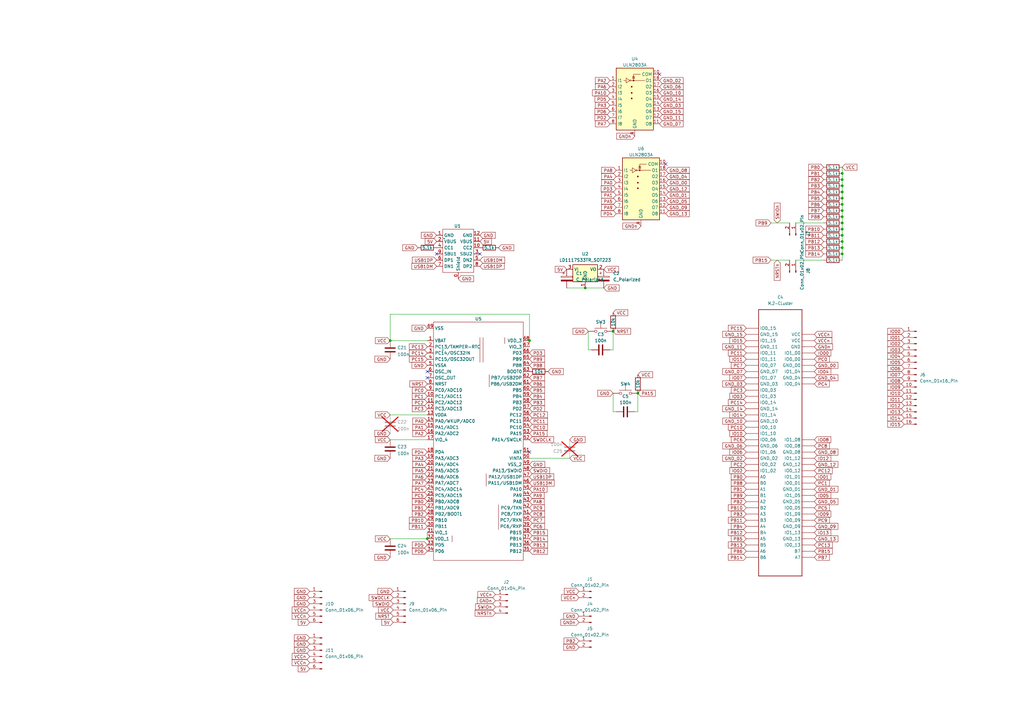
<source format=kicad_sch>
(kicad_sch (version 20250114) (generator "eeschema") (generator_version "9.0")
  (paper "A3")
  (lib_symbols
    (symbol "Buttons:sideButtonShort" (pin_numbers (hide yes)) (pin_names (offset 1.016) (hide yes))
      (property "Reference" "SW" (at 1.27 2.54 0))
      (symbol "sideButtonShort_0_1"
        (pin passive line (at -5.08 0 0) (length 2.54) (name "1") (number "1"))
        (pin passive line (at 5.08 0 180) (length 2.54) (name "2") (number "2"))
      )
    )
    (symbol "CH32V:CH32V208WBU6"
      (property "Reference" "U" (at -1.27 53.34 0))
      (symbol "CH32V208WBU6_1_1"
        (pin input line (at -22.86 48.26 0) (length 2.54) (name "VSS") (number "69"))
        (pin input line (at -22.86 43.18 0) (length 2.54) (name "VBAT") (number "1"))
        (pin input line (at -22.86 40.64 0) (length 2.54) (name "PC13/TAMPER-RTC") (number "2"))
        (pin input line (at -22.86 38.1 0) (length 2.54) (name "PC14/OSC32IN") (number "3"))
        (pin input line (at -22.86 35.56 0) (length 2.54) (name "PC15/OSC32OUT") (number "4"))
        (pin input line (at -22.86 33.02 0) (length 2.54) (name "VSSA") (number "5"))
        (pin input line (at -22.86 30.48 0) (length 2.54) (name "OSC_IN") (number "6"))
        (pin input line (at -22.86 27.94 0) (length 2.54) (name "OSC_OUT") (number "7"))
        (pin input line (at -22.86 25.4 0) (length 2.54) (name "NRST") (number "8"))
        (pin input line (at -22.86 22.86 0) (length 2.54) (name "PC0/ADC10") (number "9"))
        (pin input line (at -22.86 20.32 0) (length 2.54) (name "PC1/ADC11") (number "10"))
        (pin input line (at -22.86 17.78 0) (length 2.54) (name "PC2/ADC12") (number "11"))
        (pin input line (at -22.86 15.24 0) (length 2.54) (name "PC3/ADC13") (number "12"))
        (pin input line (at -22.86 12.7 0) (length 2.54) (name "VDDA") (number "13"))
        (pin input line (at -22.86 10.16 0) (length 2.54) (name "PA0/WKUP/ADC0") (number "14"))
        (pin input line (at -22.86 7.62 0) (length 2.54) (name "PA1/ADC1") (number "15"))
        (pin input line (at -22.86 5.08 0) (length 2.54) (name "PA2/ADC2") (number "16"))
        (pin input line (at -22.86 2.54 0) (length 2.54) (name "VIO_4") (number "17"))
        (pin input line (at -22.86 -2.54 0) (length 2.54) (name "PD4") (number "18"))
        (pin input line (at -22.86 -5.08 0) (length 2.54) (name "PA3/ADC3") (number "19"))
        (pin input line (at -22.86 -7.62 0) (length 2.54) (name "PA4/ADC4") (number "20"))
        (pin input line (at -22.86 -10.16 0) (length 2.54) (name "PA5/ADC5") (number "21"))
        (pin input line (at -22.86 -12.7 0) (length 2.54) (name "PA6/ADC6") (number "22"))
        (pin input line (at -22.86 -15.24 0) (length 2.54) (name "PA7/ADC7") (number "23"))
        (pin input line (at -22.86 -17.78 0) (length 2.54) (name "PC4/ADC14") (number "24"))
        (pin input line (at -22.86 -20.32 0) (length 2.54) (name "PC5/ADC15") (number "25"))
        (pin input line (at -22.86 -22.86 0) (length 2.54) (name "PB0/ADC8") (number "26"))
        (pin input line (at -22.86 -25.4 0) (length 2.54) (name "PB1/ADC9") (number "27"))
        (pin input line (at -22.86 -27.94 0) (length 2.54) (name "PB2/BOOT1") (number "28"))
        (pin input line (at -22.86 -30.48 0) (length 2.54) (name "PB10") (number "29"))
        (pin input line (at -22.86 -33.02 0) (length 2.54) (name "PB11") (number "30"))
        (pin input line (at -22.86 -35.56 0) (length 2.54) (name "VIO_1") (number "31"))
        (pin input line (at -22.86 -38.1 0) (length 2.54) (name "VDD_1") (number "32"))
        (pin input line (at -22.86 -40.64 0) (length 2.54) (name "PD5") (number "33"))
        (pin input line (at -22.86 -43.18 0) (length 2.54) (name "PD6") (number "34"))
        (pin input line (at 19.05 43.18 180) (length 2.54) (name "VDD_3") (number "68"))
        (pin input line (at 19.05 40.64 180) (length 2.54) (name "VIO_3") (number "67"))
        (pin input line (at 19.05 38.1 180) (length 2.54) (name "PD3") (number "66"))
        (pin input line (at 19.05 35.56 180) (length 2.54) (name "PB9") (number "65"))
        (pin input line (at 19.05 33.02 180) (length 2.54) (name "PB8") (number "64"))
        (pin input line (at 19.05 30.48 180) (length 2.54) (name "BOOT0") (number "63"))
        (pin input line (at 19.05 27.94 180) (length 2.54) (name "PB7/USB2DP") (number "62"))
        (pin input line (at 19.05 25.4 180) (length 2.54) (name "PB6/USB2DM") (number "61"))
        (pin input line (at 19.05 22.86 180) (length 2.54) (name "PB5") (number "60"))
        (pin input line (at 19.05 20.32 180) (length 2.54) (name "PB4") (number "59"))
        (pin input line (at 19.05 17.78 180) (length 2.54) (name "PB3") (number "58"))
        (pin input line (at 19.05 15.24 180) (length 2.54) (name "PD2") (number "57"))
        (pin input line (at 19.05 12.7 180) (length 2.54) (name "PC12") (number "56"))
        (pin input line (at 19.05 10.16 180) (length 2.54) (name "PC11") (number "55"))
        (pin input line (at 19.05 7.62 180) (length 2.54) (name "PC10") (number "54"))
        (pin input line (at 19.05 5.08 180) (length 2.54) (name "PA15") (number "53"))
        (pin input line (at 19.05 2.54 180) (length 2.54) (name "PA14/SWCLK") (number "52"))
        (pin input line (at 19.05 -2.54 180) (length 2.54) (name "ANT") (number "51"))
        (pin input line (at 19.05 -5.08 180) (length 2.54) (name "VINTA") (number "50"))
        (pin input line (at 19.05 -7.62 180) (length 2.54) (name "VSS_2") (number "49"))
        (pin input line (at 19.05 -10.16 180) (length 2.54) (name "PA13/SWDIO") (number "48"))
        (pin input line (at 19.05 -12.7 180) (length 2.54) (name "PA12/USB1DP") (number "47"))
        (pin input line (at 19.05 -15.24 180) (length 2.54) (name "PA11/USB1DM") (number "46"))
        (pin input line (at 19.05 -17.78 180) (length 2.54) (name "PA10") (number "45"))
        (pin input line (at 19.05 -20.32 180) (length 2.54) (name "PA9") (number "44"))
        (pin input line (at 19.05 -22.86 180) (length 2.54) (name "PA8") (number "43"))
        (pin input line (at 19.05 -25.4 180) (length 2.54) (name "PC9/TXN") (number "42"))
        (pin input line (at 19.05 -27.94 180) (length 2.54) (name "PC8/TXP") (number "41"))
        (pin input line (at 19.05 -30.48 180) (length 2.54) (name "PC7/RXN") (number "40"))
        (pin input line (at 19.05 -33.02 180) (length 2.54) (name "PC6/RXP") (number "39"))
        (pin input line (at 19.05 -35.56 180) (length 2.54) (name "PB15") (number "38"))
        (pin input line (at 19.05 -38.1 180) (length 2.54) (name "PB14") (number "37"))
        (pin input line (at 19.05 -40.64 180) (length 2.54) (name "PB13") (number "36"))
        (pin input line (at 19.05 -43.18 180) (length 2.54) (name "PB12") (number "35"))
      )
    )
    (symbol "Connector:Conn_01x02_Pin" (pin_names (offset 1.016) (hide yes))
      (property "Reference" "J" (at 0 2.54 0))
      (property "Value" "Conn_01x02_Pin" (at 0 -5.08 0))
      (symbol "Conn_01x02_Pin_1_1"
        (pin passive line (at 5.08 0 180) (length 3.81) (name "Pin_1") (number "1"))
        (pin passive line (at 5.08 -2.54 180) (length 3.81) (name "Pin_2") (number "2"))
      )
    )
    (symbol "Connector:Conn_01x04_Pin" (pin_names (offset 1.016) (hide yes))
      (property "Reference" "J" (at 0 5.08 0))
      (property "Value" "Conn_01x04_Pin" (at 0 -7.62 0))
      (symbol "Conn_01x04_Pin_1_1"
        (pin passive line (at 5.08 2.54 180) (length 3.81) (name "Pin_1") (number "1"))
        (pin passive line (at 5.08 0 180) (length 3.81) (name "Pin_2") (number "2"))
        (pin passive line (at 5.08 -2.54 180) (length 3.81) (name "Pin_3") (number "3"))
        (pin passive line (at 5.08 -5.08 180) (length 3.81) (name "Pin_4") (number "4"))
      )
    )
    (symbol "Connector:Conn_01x06_Pin" (pin_names (offset 1.016) (hide yes))
      (property "Reference" "J" (at 0 7.62 0))
      (property "Value" "Conn_01x06_Pin" (at 0 -10.16 0))
      (symbol "Conn_01x06_Pin_1_1"
        (pin passive line (at 5.08 5.08 180) (length 3.81) (name "Pin_1") (number "1"))
        (pin passive line (at 5.08 2.54 180) (length 3.81) (name "Pin_2") (number "2"))
        (pin passive line (at 5.08 0 180) (length 3.81) (name "Pin_3") (number "3"))
        (pin passive line (at 5.08 -2.54 180) (length 3.81) (name "Pin_4") (number "4"))
        (pin passive line (at 5.08 -5.08 180) (length 3.81) (name "Pin_5") (number "5"))
        (pin passive line (at 5.08 -7.62 180) (length 3.81) (name "Pin_6") (number "6"))
      )
    )
    (symbol "Connector:Conn_01x16_Pin" (pin_names (offset 1.016) (hide yes))
      (property "Reference" "J" (at 0 20.32 0))
      (property "Value" "Conn_01x16_Pin" (at 0 -22.86 0))
      (symbol "Conn_01x16_Pin_1_1"
        (pin passive line (at 5.08 17.78 180) (length 3.81) (name "Pin_1") (number "1"))
        (pin passive line (at 5.08 15.24 180) (length 3.81) (name "Pin_2") (number "2"))
        (pin passive line (at 5.08 12.7 180) (length 3.81) (name "Pin_3") (number "3"))
        (pin passive line (at 5.08 10.16 180) (length 3.81) (name "Pin_4") (number "4"))
        (pin passive line (at 5.08 7.62 180) (length 3.81) (name "Pin_5") (number "5"))
        (pin passive line (at 5.08 5.08 180) (length 3.81) (name "Pin_6") (number "6"))
        (pin passive line (at 5.08 2.54 180) (length 3.81) (name "Pin_7") (number "7"))
        (pin passive line (at 5.08 0 180) (length 3.81) (name "Pin_8") (number "8"))
        (pin passive line (at 5.08 -2.54 180) (length 3.81) (name "Pin_9") (number "9"))
        (pin passive line (at 5.08 -5.08 180) (length 3.81) (name "Pin_10") (number "10"))
        (pin passive line (at 5.08 -7.62 180) (length 3.81) (name "Pin_11") (number "11"))
        (pin passive line (at 5.08 -10.16 180) (length 3.81) (name "Pin_12") (number "12"))
        (pin passive line (at 5.08 -12.7 180) (length 3.81) (name "Pin_13") (number "13"))
        (pin passive line (at 5.08 -15.24 180) (length 3.81) (name "Pin_14") (number "14"))
        (pin passive line (at 5.08 -17.78 180) (length 3.81) (name "Pin_15") (number "15"))
        (pin passive line (at 5.08 -20.32 180) (length 3.81) (name "Pin_16") (number "16"))
      )
    )
    (symbol "Device:C" (pin_numbers (hide yes)) (pin_names (offset 0.254))
      (property "Reference" "C" (at 0.635 2.54 0))
      (property "Value" "C" (at 0.635 -2.54 0))
      (symbol "C_1_1"
        (pin passive line (at 0 3.81 270) (length 2.794) (name "~") (number "1"))
        (pin passive line (at 0 -3.81 90) (length 2.794) (name "~") (number "2"))
      )
    )
    (symbol "Device:C_Polarized" (pin_numbers (hide yes)) (pin_names (offset 0.254))
      (property "Reference" "C" (at 0.635 2.54 0))
      (property "Value" "C_Polarized" (at 0.635 -2.54 0))
      (symbol "C_Polarized_1_1"
        (pin passive line (at 0 3.81 270) (length 2.794) (name "~") (number "1"))
        (pin passive line (at 0 -3.81 90) (length 2.794) (name "~") (number "2"))
      )
    )
    (symbol "Device:R" (pin_numbers (hide yes)) (pin_names (offset 0))
      (property "Reference" "R" (at 2.032 0 90))
      (property "Value" "R" (at 0 0 90))
      (symbol "R_1_1"
        (pin passive line (at 0 3.81 270) (length 1.27) (name "~") (number "1"))
        (pin passive line (at 0 -3.81 90) (length 1.27) (name "~") (number "2"))
      )
    )
    (symbol "Regulator_Linear:LD1117S33TR_SOT223"
      (property "Reference" "U" (at -3.81 3.175 0))
      (property "Value" "LD1117S33TR_SOT223" (at 0 3.175 0))
      (symbol "LD1117S33TR_SOT223_1_1"
        (pin power_in line (at -7.62 0 0) (length 2.54) (name "VI") (number "3"))
        (pin power_in line (at 0 -7.62 90) (length 2.54) (name "GND") (number "1"))
        (pin power_out line (at 7.62 0 180) (length 2.54) (name "VO") (number "2"))
      )
    )
    (symbol "Transistor_Array:ULN2803A"
      (property "Reference" "U" (at 0 13.335 0))
      (property "Value" "ULN2803A" (at 0 11.43 0))
      (symbol "ULN2803A_1_1"
        (pin input line (at -10.16 5.08 0) (length 2.54) (name "I1") (number "1"))
        (pin input line (at -10.16 2.54 0) (length 2.54) (name "I2") (number "2"))
        (pin input line (at -10.16 0 0) (length 2.54) (name "I3") (number "3"))
        (pin input line (at -10.16 -2.54 0) (length 2.54) (name "I4") (number "4"))
        (pin input line (at -10.16 -5.08 0) (length 2.54) (name "I5") (number "5"))
        (pin input line (at -10.16 -7.62 0) (length 2.54) (name "I6") (number "6"))
        (pin input line (at -10.16 -10.16 0) (length 2.54) (name "I7") (number "7"))
        (pin input line (at -10.16 -12.7 0) (length 2.54) (name "I8") (number "8"))
        (pin power_in line (at 0 -17.78 90) (length 2.54) (name "GND") (number "9"))
        (pin passive line (at 10.16 7.62 180) (length 2.54) (name "COM") (number "10"))
        (pin open_collector line (at 10.16 5.08 180) (length 2.54) (name "O1") (number "18"))
        (pin open_collector line (at 10.16 2.54 180) (length 2.54) (name "O2") (number "17"))
        (pin open_collector line (at 10.16 0 180) (length 2.54) (name "O3") (number "16"))
        (pin open_collector line (at 10.16 -2.54 180) (length 2.54) (name "O4") (number "15"))
        (pin open_collector line (at 10.16 -5.08 180) (length 2.54) (name "O5") (number "14"))
        (pin open_collector line (at 10.16 -7.62 180) (length 2.54) (name "O6") (number "13"))
        (pin open_collector line (at 10.16 -10.16 180) (length 2.54) (name "O7") (number "12"))
        (pin open_collector line (at 10.16 -12.7 180) (length 2.54) (name "O8") (number "11"))
      )
    )
    (symbol "USB:USB-C"
      (property "Reference" "U" (at 0 12.065 0))
      (symbol "USB-C_1_1"
        (pin output line (at -8.89 6.35 0) (length 2.54) (name "GND") (number "1"))
        (pin output line (at -8.89 3.81 0) (length 2.54) (name "VBUS") (number "2"))
        (pin output line (at -8.89 1.27 0) (length 2.54) (name "CC1") (number "4"))
        (pin output line (at -8.89 -1.27 0) (length 2.54) (name "SBU1") (number "9"))
        (pin output line (at -8.89 -3.81 0) (length 2.54) (name "DP1") (number "6"))
        (pin output line (at -8.89 -6.35 0) (length 2.54) (name "DN1") (number "7"))
        (pin output line (at 0 -11.43 90) (length 2.54) (name "Shield") (number "0"))
        (pin output line (at 8.89 6.35 180) (length 2.54) (name "GND") (number "12"))
        (pin output line (at 8.89 3.81 180) (length 2.54) (name "VBUS") (number "11"))
        (pin output line (at 8.89 1.27 180) (length 2.54) (name "CC2") (number "10"))
        (pin output line (at 8.89 -1.27 180) (length 2.54) (name "SBU2") (number "3"))
        (pin output line (at 8.89 -3.81 180) (length 2.54) (name "DN2") (number "5"))
        (pin output line (at 8.89 -6.35 180) (length 2.54) (name "DP2") (number "8"))
      )
    )
    (symbol "bitluni:M.2-M-KEY_cluster_card"
      (property "Reference" "C" (at 0 109.474 0))
      (property "Value" "M.2-CLuster" (at 0 -2.54 0))
      (symbol "M.2-M-KEY_cluster_card_1_0"
        (pin bidirectional line (at -5.08 101.6 0) (length 5.08) (name "IO0_15") (number "1"))
        (pin bidirectional line (at -5.08 99.06 0) (length 5.08) (name "GND_15") (number "2"))
        (pin bidirectional line (at -5.08 96.52 0) (length 5.08) (name "IO1_15") (number "3"))
        (pin bidirectional line (at -5.08 93.98 0) (length 5.08) (name "GND_11") (number "4"))
        (pin bidirectional line (at -5.08 91.44 0) (length 5.08) (name "IO0_11") (number "5"))
        (pin bidirectional line (at -5.08 88.9 0) (length 5.08) (name "IO1_11") (number "6"))
        (pin bidirectional line (at -5.08 86.36 0) (length 5.08) (name "IO0_07") (number "7"))
        (pin bidirectional line (at -5.08 83.82 0) (length 5.08) (name "GND_07") (number "8"))
        (pin bidirectional line (at -5.08 81.28 0) (length 5.08) (name "IO1_07") (number "9"))
        (pin bidirectional line (at -5.08 78.74 0) (length 5.08) (name "GND_03") (number "10"))
        (pin bidirectional line (at -5.08 76.2 0) (length 5.08) (name "IO0_03") (number "11"))
        (pin bidirectional line (at -5.08 73.66 0) (length 5.08) (name "IO1_03") (number "12"))
        (pin bidirectional line (at -5.08 71.12 0) (length 5.08) (name "IO0_14") (number "13"))
        (pin bidirectional line (at -5.08 68.58 0) (length 5.08) (name "GND_14") (number "14"))
        (pin bidirectional line (at -5.08 66.04 0) (length 5.08) (name "IO1_14") (number "15"))
        (pin bidirectional line (at -5.08 63.5 0) (length 5.08) (name "GND_10") (number "16"))
        (pin bidirectional line (at -5.08 60.96 0) (length 5.08) (name "IO0_10") (number "17"))
        (pin bidirectional line (at -5.08 58.42 0) (length 5.08) (name "IO1_10") (number "18"))
        (pin bidirectional line (at -5.08 55.88 0) (length 5.08) (name "IO0_06") (number "19"))
        (pin bidirectional line (at -5.08 53.34 0) (length 5.08) (name "GND_06") (number "20"))
        (pin bidirectional line (at -5.08 50.8 0) (length 5.08) (name "IO1_06") (number "21"))
        (pin bidirectional line (at -5.08 48.26 0) (length 5.08) (name "GND_02") (number "22"))
        (pin bidirectional line (at -5.08 45.72 0) (length 5.08) (name "IO0_02") (number "23"))
        (pin bidirectional line (at -5.08 43.18 0) (length 5.08) (name "IO1_02") (number "24"))
        (pin bidirectional line (at -5.08 40.64 0) (length 5.08) (name "A0") (number "25"))
        (pin bidirectional line (at -5.08 38.1 0) (length 5.08) (name "B0") (number "26"))
        (pin bidirectional line (at -5.08 35.56 0) (length 5.08) (name "A1") (number "27"))
        (pin bidirectional line (at -5.08 33.02 0) (length 5.08) (name "B1") (number "28"))
        (pin bidirectional line (at -5.08 30.48 0) (length 5.08) (name "A2") (number "29"))
        (pin bidirectional line (at -5.08 27.94 0) (length 5.08) (name "B2") (number "30"))
        (pin bidirectional line (at -5.08 25.4 0) (length 5.08) (name "A3") (number "31"))
        (pin bidirectional line (at -5.08 22.86 0) (length 5.08) (name "B3") (number "32"))
        (pin bidirectional line (at -5.08 20.32 0) (length 5.08) (name "A4") (number "33"))
        (pin bidirectional line (at -5.08 17.78 0) (length 5.08) (name "B4") (number "34"))
        (pin bidirectional line (at -5.08 15.24 0) (length 5.08) (name "A5") (number "35"))
        (pin bidirectional line (at -5.08 12.7 0) (length 5.08) (name "B5") (number "36"))
        (pin bidirectional line (at -5.08 10.16 0) (length 5.08) (name "A6") (number "37"))
        (pin bidirectional line (at -5.08 7.62 0) (length 5.08) (name "B6") (number "38"))
        (pin bidirectional line (at 22.86 99.06 180) (length 5.08) (name "VCC") (number "75"))
        (pin bidirectional line (at 22.86 96.52 180) (length 5.08) (name "VCC") (number "74"))
        (pin bidirectional line (at 22.86 93.98 180) (length 5.08) (name "GND") (number "73"))
        (pin bidirectional line (at 22.86 91.44 180) (length 5.08) (name "IO1_00") (number "72"))
        (pin bidirectional line (at 22.86 88.9 180) (length 5.08) (name "IO0_00") (number "71"))
        (pin bidirectional line (at 22.86 86.36 180) (length 5.08) (name "GND_00") (number "70"))
        (pin bidirectional line (at 22.86 83.82 180) (length 5.08) (name "IO1_04") (number "69"))
        (pin bidirectional line (at 22.86 81.28 180) (length 5.08) (name "GND_04") (number "68"))
        (pin bidirectional line (at 22.86 78.74 180) (length 5.08) (name "IO0_04") (number "67"))
        (pin bidirectional line (at 22.86 55.88 180) (length 5.08) (name "IO1_08") (number "58"))
        (pin bidirectional line (at 22.86 53.34 180) (length 5.08) (name "IO0_08") (number "57"))
        (pin bidirectional line (at 22.86 50.8 180) (length 5.08) (name "GND_08") (number "56"))
        (pin bidirectional line (at 22.86 48.26 180) (length 5.08) (name "IO1_12") (number "55"))
        (pin bidirectional line (at 22.86 45.72 180) (length 5.08) (name "GND_12") (number "54"))
        (pin bidirectional line (at 22.86 43.18 180) (length 5.08) (name "IO0_12") (number "53"))
        (pin bidirectional line (at 22.86 40.64 180) (length 5.08) (name "IO1_01") (number "52"))
        (pin bidirectional line (at 22.86 38.1 180) (length 5.08) (name "IO0_01") (number "51"))
        (pin bidirectional line (at 22.86 35.56 180) (length 5.08) (name "GND_01") (number "50"))
        (pin bidirectional line (at 22.86 33.02 180) (length 5.08) (name "IO1_05") (number "49"))
        (pin bidirectional line (at 22.86 30.48 180) (length 5.08) (name "GND_05") (number "48"))
        (pin bidirectional line (at 22.86 27.94 180) (length 5.08) (name "IO0_05") (number "47"))
        (pin bidirectional line (at 22.86 25.4 180) (length 5.08) (name "IO1_09") (number "46"))
        (pin bidirectional line (at 22.86 22.86 180) (length 5.08) (name "IO0_09") (number "45"))
        (pin bidirectional line (at 22.86 20.32 180) (length 5.08) (name "GND_09") (number "44"))
        (pin bidirectional line (at 22.86 17.78 180) (length 5.08) (name "IO1_13") (number "43"))
        (pin bidirectional line (at 22.86 15.24 180) (length 5.08) (name "GND_13") (number "42"))
        (pin bidirectional line (at 22.86 12.7 180) (length 5.08) (name "IO0_13") (number "41"))
        (pin bidirectional line (at 22.86 10.16 180) (length 5.08) (name "B7") (number "40"))
        (pin bidirectional line (at 22.86 7.62 180) (length 5.08) (name "A7") (number "39"))
      )
    )
  )
  (junction (at 345.44 91.44))
  (junction (at 345.44 93.98))
  (junction (at 345.44 73.66))
  (junction (at 345.44 83.82))
  (junction (at 345.44 76.2))
  (junction (at 345.44 81.28))
  (junction (at 240.03 118.11))
  (junction (at 345.44 88.9))
  (junction (at 261.62 161.29))
  (junction (at 345.44 104.14))
  (junction (at 345.44 71.12))
  (junction (at 217.17 139.7))
  (junction (at 175.26 220.98))
  (junction (at 345.44 99.06))
  (junction (at 345.44 96.52))
  (junction (at 345.44 101.6))
  (junction (at 160.02 139.7))
  (junction (at 345.44 78.74))
  (junction (at 251.46 135.89))
  (junction (at 345.44 86.36))
  (no_connect (at 196.85 104.14))
  (no_connect (at 217.17 185.42))
  (no_connect (at 175.26 152.4))
  (no_connect (at 175.26 154.94))
  (no_connect (at 179.07 104.14))
  (no_connect (at 273.05 67.31))
  (no_connect (at 270.51 30.48))
  (wire (pts (xy 326.39 91.44) (xy 337.82 91.44)))
  (wire (pts (xy 160.02 220.98) (xy 175.26 220.98)))
  (wire (pts (xy 345.44 73.66) (xy 345.44 76.2)))
  (wire (pts (xy 217.17 139.7) (xy 217.17 142.24)))
  (wire (pts (xy 316.23 106.68) (xy 323.85 106.68)))
  (wire (pts (xy 345.44 104.14) (xy 345.44 106.68)))
  (wire (pts (xy 160.02 139.7) (xy 160.02 128.905)))
  (wire (pts (xy 217.17 187.96) (xy 233.68 187.96)))
  (wire (pts (xy 345.44 91.44) (xy 345.44 93.98)))
  (wire (pts (xy 160.02 139.7) (xy 175.26 139.7)))
  (wire (pts (xy 250.19 143.51) (xy 251.46 143.51)))
  (wire (pts (xy 232.41 118.11) (xy 240.03 118.11)))
  (wire (pts (xy 345.44 78.74) (xy 345.44 81.28)))
  (wire (pts (xy 345.44 101.6) (xy 345.44 104.14)))
  (wire (pts (xy 160.02 128.905) (xy 217.17 128.905)))
  (wire (pts (xy 345.44 71.12) (xy 345.44 73.66)))
  (wire (pts (xy 240.03 118.11) (xy 247.65 118.11)))
  (wire (pts (xy 251.46 161.29) (xy 251.46 168.91)))
  (wire (pts (xy 345.44 99.06) (xy 345.44 101.6)))
  (wire (pts (xy 345.44 76.2) (xy 345.44 78.74)))
  (wire (pts (xy 345.44 83.82) (xy 345.44 86.36)))
  (wire (pts (xy 251.46 143.51) (xy 251.46 135.89)))
  (wire (pts (xy 175.26 218.44) (xy 175.26 220.98)))
  (wire (pts (xy 345.44 88.9) (xy 345.44 91.44)))
  (wire (pts (xy 261.62 168.91) (xy 261.62 161.29)))
  (wire (pts (xy 345.44 86.36) (xy 345.44 88.9)))
  (wire (pts (xy 241.3 143.51) (xy 242.57 143.51)))
  (wire (pts (xy 345.44 93.98) (xy 345.44 96.52)))
  (wire (pts (xy 345.44 96.52) (xy 345.44 99.06)))
  (wire (pts (xy 160.02 170.18) (xy 175.26 170.18)))
  (wire (pts (xy 260.35 168.91) (xy 261.62 168.91)))
  (wire (pts (xy 241.3 135.89) (xy 241.3 143.51)))
  (wire (pts (xy 345.44 81.28) (xy 345.44 83.82)))
  (wire (pts (xy 251.46 168.91) (xy 252.73 168.91)))
  (wire (pts (xy 326.39 106.68) (xy 337.82 106.68)))
  (wire (pts (xy 316.23 91.44) (xy 323.85 91.44)))
  (wire (pts (xy 217.17 128.905) (xy 217.17 139.7)))
  (wire (pts (xy 160.02 180.34) (xy 175.26 180.34)))
  (wire (pts (xy 345.44 68.58) (xy 345.44 71.12)))
  (global_label "IO01" (shape input) (at 370.84 138.43 180) (property "Intersheetrefs" "${INTERSHEET_REFS}" (effects (hide yes))))
  (global_label "PB9" (shape input) (at 306.07 203.2 180) (property "Intersheetrefs" "${INTERSHEET_REFS}" (effects (hide yes))))
  (global_label "PC13" (shape input) (at 175.26 142.24 180) (property "Intersheetrefs" "${INTERSHEET_REFS}" (effects (hide yes))))
  (global_label "PC7" (shape input) (at 217.17 213.36 0) (property "Intersheetrefs" "${INTERSHEET_REFS}" (effects (hide yes))))
  (global_label "IO04" (shape input) (at 334.01 152.4 0) (property "Intersheetrefs" "${INTERSHEET_REFS}" (effects (hide yes))))
  (global_label "VCC" (shape input) (at 160.02 220.98 180) (property "Intersheetrefs" "${INTERSHEET_REFS}" (effects (hide yes))))
  (global_label "VCC" (shape input) (at 345.44 68.58 0) (property "Intersheetrefs" "${INTERSHEET_REFS}" (effects (hide yes))))
  (global_label "PC14" (shape input) (at 175.26 144.78 180) (property "Intersheetrefs" "${INTERSHEET_REFS}" (effects (hide yes))))
  (global_label "GND" (shape input) (at 161.29 242.57 180) (property "Intersheetrefs" "${INTERSHEET_REFS}" (effects (hide yes))))
  (global_label "VCCn" (shape input) (at 334.01 137.16 0) (property "Intersheetrefs" "${INTERSHEET_REFS}" (effects (hide yes))))
  (global_label "PD5" (shape input) (at 175.26 223.52 180) (property "Intersheetrefs" "${INTERSHEET_REFS}" (effects (hide yes))))
  (global_label "VCCn" (shape input) (at 334.01 139.7 0) (property "Intersheetrefs" "${INTERSHEET_REFS}" (effects (hide yes))))
  (global_label "VCC" (shape input) (at 237.49 242.57 180) (property "Intersheetrefs" "${INTERSHEET_REFS}" (effects (hide yes))))
  (global_label "GND" (shape input) (at 237.49 265.43 180) (property "Intersheetrefs" "${INTERSHEET_REFS}" (effects (hide yes))))
  (global_label "PB8" (shape input) (at 217.17 149.86 0) (property "Intersheetrefs" "${INTERSHEET_REFS}" (effects (hide yes))))
  (global_label "PA1" (shape input) (at 252.73 80.01 180) (property "Intersheetrefs" "${INTERSHEET_REFS}" (effects (hide yes))))
  (global_label "GND_15" (shape input) (at 306.07 137.16 180) (property "Intersheetrefs" "${INTERSHEET_REFS}" (effects (hide yes))))
  (global_label "GND" (shape input) (at 175.26 134.62 180) (property "Intersheetrefs" "${INTERSHEET_REFS}" (effects (hide yes))))
  (global_label "PB1" (shape input) (at 175.26 208.28 180) (property "Intersheetrefs" "${INTERSHEET_REFS}" (effects (hide yes))))
  (global_label "PA1" (shape input) (at 175.26 175.26 180) (property "Intersheetrefs" "${INTERSHEET_REFS}" (effects (hide yes))))
  (global_label "USB1DP" (shape input) (at 217.17 195.58 0) (property "Intersheetrefs" "${INTERSHEET_REFS}" (effects (hide yes))))
  (global_label "IO06" (shape input) (at 306.07 185.42 180) (property "Intersheetrefs" "${INTERSHEET_REFS}" (effects (hide yes))))
  (global_label "IO04" (shape input) (at 370.84 146.05 180) (property "Intersheetrefs" "${INTERSHEET_REFS}" (effects (hide yes))))
  (global_label "VCCn" (shape input) (at 127 250.19 180) (property "Intersheetrefs" "${INTERSHEET_REFS}" (effects (hide yes))))
  (global_label "PA7" (shape input) (at 250.19 50.8 180) (property "Intersheetrefs" "${INTERSHEET_REFS}" (effects (hide yes))))
  (global_label "PA4" (shape input) (at 175.26 190.5 180) (property "Intersheetrefs" "${INTERSHEET_REFS}" (effects (hide yes))))
  (global_label "SWDIO" (shape input) (at 161.29 247.65 180) (property "Intersheetrefs" "${INTERSHEET_REFS}" (effects (hide yes))))
  (global_label "GND_13" (shape input) (at 334.01 220.98 0) (property "Intersheetrefs" "${INTERSHEET_REFS}" (effects (hide yes))))
  (global_label "PC4" (shape input) (at 334.01 157.48 0) (property "Intersheetrefs" "${INTERSHEET_REFS}" (effects (hide yes))))
  (global_label "PA0" (shape input) (at 175.26 172.72 180) (property "Intersheetrefs" "${INTERSHEET_REFS}" (effects (hide yes))))
  (global_label "PA9" (shape input) (at 252.73 85.09 180) (property "Intersheetrefs" "${INTERSHEET_REFS}" (effects (hide yes))))
  (global_label "IO11" (shape input) (at 370.84 163.83 180) (property "Intersheetrefs" "${INTERSHEET_REFS}" (effects (hide yes))))
  (global_label "GND" (shape input) (at 224.79 152.4 0) (property "Intersheetrefs" "${INTERSHEET_REFS}" (effects (hide yes))))
  (global_label "VCCn" (shape input) (at 127 252.73 180) (property "Intersheetrefs" "${INTERSHEET_REFS}" (effects (hide yes))))
  (global_label "PB0" (shape input) (at 306.07 195.58 180) (property "Intersheetrefs" "${INTERSHEET_REFS}" (effects (hide yes))))
  (global_label "GND" (shape input) (at 160.02 147.32 180) (property "Intersheetrefs" "${INTERSHEET_REFS}" (effects (hide yes))))
  (global_label "PC1" (shape input) (at 334.01 198.12 0) (property "Intersheetrefs" "${INTERSHEET_REFS}" (effects (hide yes))))
  (global_label "GND" (shape input) (at 127 245.11 180) (property "Intersheetrefs" "${INTERSHEET_REFS}" (effects (hide yes))))
  (global_label "IO14" (shape input) (at 370.84 171.45 180) (property "Intersheetrefs" "${INTERSHEET_REFS}" (effects (hide yes))))
  (global_label "GND_01" (shape input) (at 273.05 80.01 0) (property "Intersheetrefs" "${INTERSHEET_REFS}" (effects (hide yes))))
  (global_label "VCC" (shape input) (at 247.65 110.49 0) (property "Intersheetrefs" "${INTERSHEET_REFS}" (effects (hide yes))))
  (global_label "GND" (shape input) (at 171.45 101.6 180) (property "Intersheetrefs" "${INTERSHEET_REFS}" (effects (hide yes))))
  (global_label "GND" (shape input) (at 187.96 114.3 0) (property "Intersheetrefs" "${INTERSHEET_REFS}" (effects (hide yes))))
  (global_label "PB7" (shape input) (at 217.17 154.94 0) (property "Intersheetrefs" "${INTERSHEET_REFS}" (effects (hide yes))))
  (global_label "PC15" (shape input) (at 306.07 134.62 180) (property "Intersheetrefs" "${INTERSHEET_REFS}" (effects (hide yes))))
  (global_label "GND" (shape input) (at 160.02 187.96 180) (property "Intersheetrefs" "${INTERSHEET_REFS}" (effects (hide yes))))
  (global_label "IO10" (shape input) (at 306.07 177.8 180) (property "Intersheetrefs" "${INTERSHEET_REFS}" (effects (hide yes))))
  (global_label "PC14" (shape input) (at 306.07 165.1 180) (property "Intersheetrefs" "${INTERSHEET_REFS}" (effects (hide yes))))
  (global_label "GND_06" (shape input) (at 270.51 35.56 0) (property "Intersheetrefs" "${INTERSHEET_REFS}" (effects (hide yes))))
  (global_label "GND" (shape input) (at 237.49 252.73 180) (property "Intersheetrefs" "${INTERSHEET_REFS}" (effects (hide yes))))
  (global_label "5V" (shape input) (at 127 274.32 180) (property "Intersheetrefs" "${INTERSHEET_REFS}" (effects (hide yes))))
  (global_label "GND_00" (shape input) (at 273.05 74.93 0) (property "Intersheetrefs" "${INTERSHEET_REFS}" (effects (hide yes))))
  (global_label "PC10" (shape input) (at 306.07 175.26 180) (property "Intersheetrefs" "${INTERSHEET_REFS}" (effects (hide yes))))
  (global_label "PB13" (shape input) (at 337.82 101.6 180) (property "Intersheetrefs" "${INTERSHEET_REFS}" (effects (hide yes))))
  (global_label "PC5" (shape input) (at 175.26 203.2 180) (property "Intersheetrefs" "${INTERSHEET_REFS}" (effects (hide yes))))
  (global_label "IO12" (shape input) (at 334.01 187.96 0) (property "Intersheetrefs" "${INTERSHEET_REFS}" (effects (hide yes))))
  (global_label "PB10" (shape input) (at 306.07 208.28 180) (property "Intersheetrefs" "${INTERSHEET_REFS}" (effects (hide yes))))
  (global_label "GND_09" (shape input) (at 273.05 85.09 0) (property "Intersheetrefs" "${INTERSHEET_REFS}" (effects (hide yes))))
  (global_label "GND_02" (shape input) (at 306.07 187.96 180) (property "Intersheetrefs" "${INTERSHEET_REFS}" (effects (hide yes))))
  (global_label "GND_02" (shape input) (at 270.51 33.02 0) (property "Intersheetrefs" "${INTERSHEET_REFS}" (effects (hide yes))))
  (global_label "GND" (shape input) (at 127 247.65 180) (property "Intersheetrefs" "${INTERSHEET_REFS}" (effects (hide yes))))
  (global_label "USB1DM" (shape input) (at 196.85 106.68 0) (property "Intersheetrefs" "${INTERSHEET_REFS}" (effects (hide yes))))
  (global_label "VCC" (shape input) (at 251.46 128.27 0) (property "Intersheetrefs" "${INTERSHEET_REFS}" (effects (hide yes))))
  (global_label "GNDn" (shape input) (at 260.35 55.88 180) (property "Intersheetrefs" "${INTERSHEET_REFS}" (effects (hide yes))))
  (global_label "PC11" (shape input) (at 217.17 172.72 0) (property "Intersheetrefs" "${INTERSHEET_REFS}" (effects (hide yes))))
  (global_label "PB3" (shape input) (at 306.07 210.82 180) (property "Intersheetrefs" "${INTERSHEET_REFS}" (effects (hide yes))))
  (global_label "IO12" (shape input) (at 370.84 166.37 180) (property "Intersheetrefs" "${INTERSHEET_REFS}" (effects (hide yes))))
  (global_label "PA10" (shape input) (at 217.17 200.66 0) (property "Intersheetrefs" "${INTERSHEET_REFS}" (effects (hide yes))))
  (global_label "PD4" (shape input) (at 252.73 87.63 180) (property "Intersheetrefs" "${INTERSHEET_REFS}" (effects (hide yes))))
  (global_label "SWIOn" (shape input) (at 318.77 91.44 90) (property "Intersheetrefs" "${INTERSHEET_REFS}" (effects (hide yes))))
  (global_label "VCC" (shape input) (at 233.68 187.96 0) (property "Intersheetrefs" "${INTERSHEET_REFS}" (effects (hide yes))))
  (global_label "PB6" (shape input) (at 337.82 83.82 180) (property "Intersheetrefs" "${INTERSHEET_REFS}" (effects (hide yes))))
  (global_label "PC6" (shape input) (at 217.17 215.9 0) (property "Intersheetrefs" "${INTERSHEET_REFS}" (effects (hide yes))))
  (global_label "PD3" (shape input) (at 252.73 77.47 180) (property "Intersheetrefs" "${INTERSHEET_REFS}" (effects (hide yes))))
  (global_label "GND_00" (shape input) (at 334.01 149.86 0) (property "Intersheetrefs" "${INTERSHEET_REFS}" (effects (hide yes))))
  (global_label "PB9" (shape input) (at 316.23 91.44 180) (property "Intersheetrefs" "${INTERSHEET_REFS}" (effects (hide yes))))
  (global_label "PD6" (shape input) (at 175.26 226.06 180) (property "Intersheetrefs" "${INTERSHEET_REFS}" (effects (hide yes))))
  (global_label "PB0" (shape input) (at 337.82 68.58 180) (property "Intersheetrefs" "${INTERSHEET_REFS}" (effects (hide yes))))
  (global_label "SWDCLK" (shape input) (at 217.17 180.34 0) (property "Intersheetrefs" "${INTERSHEET_REFS}" (effects (hide yes))))
  (global_label "GND" (shape input) (at 160.02 228.6 180) (property "Intersheetrefs" "${INTERSHEET_REFS}" (effects (hide yes))))
  (global_label "GND_04" (shape input) (at 334.01 154.94 0) (property "Intersheetrefs" "${INTERSHEET_REFS}" (effects (hide yes))))
  (global_label "PB7" (shape input) (at 334.01 228.6 0) (property "Intersheetrefs" "${INTERSHEET_REFS}" (effects (hide yes))))
  (global_label "GND_03" (shape input) (at 270.51 43.18 0) (property "Intersheetrefs" "${INTERSHEET_REFS}" (effects (hide yes))))
  (global_label "GND_14" (shape input) (at 306.07 167.64 180) (property "Intersheetrefs" "${INTERSHEET_REFS}" (effects (hide yes))))
  (global_label "IO00" (shape input) (at 334.01 144.78 0) (property "Intersheetrefs" "${INTERSHEET_REFS}" (effects (hide yes))))
  (global_label "PC0" (shape input) (at 175.26 160.02 180) (property "Intersheetrefs" "${INTERSHEET_REFS}" (effects (hide yes))))
  (global_label "PD4" (shape input) (at 175.26 185.42 180) (property "Intersheetrefs" "${INTERSHEET_REFS}" (effects (hide yes))))
  (global_label "GND_05" (shape input) (at 334.01 205.74 0) (property "Intersheetrefs" "${INTERSHEET_REFS}" (effects (hide yes))))
  (global_label "PB6" (shape input) (at 306.07 226.06 180) (property "Intersheetrefs" "${INTERSHEET_REFS}" (effects (hide yes))))
  (global_label "VCC" (shape input) (at 160.02 139.7 180) (property "Intersheetrefs" "${INTERSHEET_REFS}" (effects (hide yes))))
  (global_label "IO01" (shape input) (at 334.01 195.58 0) (property "Intersheetrefs" "${INTERSHEET_REFS}" (effects (hide yes))))
  (global_label "GND" (shape input) (at 196.85 96.52 0) (property "Intersheetrefs" "${INTERSHEET_REFS}" (effects (hide yes))))
  (global_label "IO03" (shape input) (at 370.84 143.51 180) (property "Intersheetrefs" "${INTERSHEET_REFS}" (effects (hide yes))))
  (global_label "IO02" (shape input) (at 370.84 140.97 180) (property "Intersheetrefs" "${INTERSHEET_REFS}" (effects (hide yes))))
  (global_label "PB0" (shape input) (at 175.26 205.74 180) (property "Intersheetrefs" "${INTERSHEET_REFS}" (effects (hide yes))))
  (global_label "GND" (shape input) (at 160.02 177.8 180) (property "Intersheetrefs" "${INTERSHEET_REFS}" (effects (hide yes))))
  (global_label "PB14" (shape input) (at 217.17 220.98 0) (property "Intersheetrefs" "${INTERSHEET_REFS}" (effects (hide yes))))
  (global_label "GNDn" (shape input) (at 334.01 142.24 0) (property "Intersheetrefs" "${INTERSHEET_REFS}" (effects (hide yes))))
  (global_label "NRST" (shape input) (at 175.26 157.48 180) (property "Intersheetrefs" "${INTERSHEET_REFS}" (effects (hide yes))))
  (global_label "IO06" (shape input) (at 370.84 151.13 180) (property "Intersheetrefs" "${INTERSHEET_REFS}" (effects (hide yes))))
  (global_label "PC8" (shape input) (at 334.01 182.88 0) (property "Intersheetrefs" "${INTERSHEET_REFS}" (effects (hide yes))))
  (global_label "5V" (shape input) (at 179.07 99.06 180) (property "Intersheetrefs" "${INTERSHEET_REFS}" (effects (hide yes))))
  (global_label "NRSTn" (shape input) (at 203.2 251.46 180) (property "Intersheetrefs" "${INTERSHEET_REFS}" (effects (hide yes))))
  (global_label "PB2" (shape input) (at 337.82 73.66 180) (property "Intersheetrefs" "${INTERSHEET_REFS}" (effects (hide yes))))
  (global_label "PB9" (shape input) (at 217.17 147.32 0) (property "Intersheetrefs" "${INTERSHEET_REFS}" (effects (hide yes))))
  (global_label "SWIOn" (shape input) (at 203.2 248.92 180) (property "Intersheetrefs" "${INTERSHEET_REFS}" (effects (hide yes))))
  (global_label "PC1" (shape input) (at 175.26 162.56 180) (property "Intersheetrefs" "${INTERSHEET_REFS}" (effects (hide yes))))
  (global_label "IO03" (shape input) (at 306.07 162.56 180) (property "Intersheetrefs" "${INTERSHEET_REFS}" (effects (hide yes))))
  (global_label "PC4" (shape input) (at 175.26 200.66 180) (property "Intersheetrefs" "${INTERSHEET_REFS}" (effects (hide yes))))
  (global_label "PA0" (shape input) (at 252.73 74.93 180) (property "Intersheetrefs" "${INTERSHEET_REFS}" (effects (hide yes))))
  (global_label "IO08" (shape input) (at 334.01 180.34 0) (property "Intersheetrefs" "${INTERSHEET_REFS}" (effects (hide yes))))
  (global_label "PB15" (shape input) (at 334.01 226.06 0) (property "Intersheetrefs" "${INTERSHEET_REFS}" (effects (hide yes))))
  (global_label "GND" (shape input) (at 179.07 96.52 180) (property "Intersheetrefs" "${INTERSHEET_REFS}" (effects (hide yes))))
  (global_label "5V" (shape input) (at 127 255.27 180) (property "Intersheetrefs" "${INTERSHEET_REFS}" (effects (hide yes))))
  (global_label "5V" (shape input) (at 196.85 99.06 0) (property "Intersheetrefs" "${INTERSHEET_REFS}" (effects (hide yes))))
  (global_label "IO02" (shape input) (at 306.07 193.04 180) (property "Intersheetrefs" "${INTERSHEET_REFS}" (effects (hide yes))))
  (global_label "GND_10" (shape input) (at 306.07 172.72 180) (property "Intersheetrefs" "${INTERSHEET_REFS}" (effects (hide yes))))
  (global_label "NRST" (shape input) (at 251.46 135.89 0) (property "Intersheetrefs" "${INTERSHEET_REFS}" (effects (hide yes))))
  (global_label "NRST" (shape input) (at 161.29 252.73 180) (property "Intersheetrefs" "${INTERSHEET_REFS}" (effects (hide yes))))
  (global_label "PB5" (shape input) (at 337.82 81.28 180) (property "Intersheetrefs" "${INTERSHEET_REFS}" (effects (hide yes))))
  (global_label "PA3" (shape input) (at 250.19 43.18 180) (property "Intersheetrefs" "${INTERSHEET_REFS}" (effects (hide yes))))
  (global_label "IO14" (shape input) (at 306.07 170.18 180) (property "Intersheetrefs" "${INTERSHEET_REFS}" (effects (hide yes))))
  (global_label "VCC" (shape input) (at 160.02 180.34 180) (property "Intersheetrefs" "${INTERSHEET_REFS}" (effects (hide yes))))
  (global_label "PA8" (shape input) (at 252.73 69.85 180) (property "Intersheetrefs" "${INTERSHEET_REFS}" (effects (hide yes))))
  (global_label "PB12" (shape input) (at 337.82 99.06 180) (property "Intersheetrefs" "${INTERSHEET_REFS}" (effects (hide yes))))
  (global_label "USB1DM" (shape input) (at 179.07 109.22 180) (property "Intersheetrefs" "${INTERSHEET_REFS}" (effects (hide yes))))
  (global_label "IO08" (shape input) (at 370.84 156.21 180) (property "Intersheetrefs" "${INTERSHEET_REFS}" (effects (hide yes))))
  (global_label "PB3" (shape input) (at 217.17 165.1 0) (property "Intersheetrefs" "${INTERSHEET_REFS}" (effects (hide yes))))
  (global_label "SWDIO" (shape input) (at 217.17 193.04 0) (property "Intersheetrefs" "${INTERSHEET_REFS}" (effects (hide yes))))
  (global_label "IO09" (shape input) (at 370.84 158.75 180) (property "Intersheetrefs" "${INTERSHEET_REFS}" (effects (hide yes))))
  (global_label "PB3" (shape input) (at 337.82 76.2 180) (property "Intersheetrefs" "${INTERSHEET_REFS}" (effects (hide yes))))
  (global_label "PC15" (shape input) (at 175.26 147.32 180) (property "Intersheetrefs" "${INTERSHEET_REFS}" (effects (hide yes))))
  (global_label "PB4" (shape input) (at 337.82 78.74 180) (property "Intersheetrefs" "${INTERSHEET_REFS}" (effects (hide yes))))
  (global_label "PB10" (shape input) (at 337.82 93.98 180) (property "Intersheetrefs" "${INTERSHEET_REFS}" (effects (hide yes))))
  (global_label "PA10" (shape input) (at 250.19 38.1 180) (property "Intersheetrefs" "${INTERSHEET_REFS}" (effects (hide yes))))
  (global_label "VCCn" (shape input) (at 127 269.24 180) (property "Intersheetrefs" "${INTERSHEET_REFS}" (effects (hide yes))))
  (global_label "GND" (shape input) (at 127 264.16 180) (property "Intersheetrefs" "${INTERSHEET_REFS}" (effects (hide yes))))
  (global_label "PC2" (shape input) (at 306.07 190.5 180) (property "Intersheetrefs" "${INTERSHEET_REFS}" (effects (hide yes))))
  (global_label "PD3" (shape input) (at 217.17 144.78 0) (property "Intersheetrefs" "${INTERSHEET_REFS}" (effects (hide yes))))
  (global_label "PA5" (shape input) (at 252.73 82.55 180) (property "Intersheetrefs" "${INTERSHEET_REFS}" (effects (hide yes))))
  (global_label "PB1" (shape input) (at 306.07 200.66 180) (property "Intersheetrefs" "${INTERSHEET_REFS}" (effects (hide yes))))
  (global_label "PA15" (shape input) (at 261.62 161.29 0) (property "Intersheetrefs" "${INTERSHEET_REFS}" (effects (hide yes))))
  (global_label "PC9" (shape input) (at 334.01 213.36 0) (property "Intersheetrefs" "${INTERSHEET_REFS}" (effects (hide yes))))
  (global_label "GND_04" (shape input) (at 273.05 72.39 0) (property "Intersheetrefs" "${INTERSHEET_REFS}" (effects (hide yes))))
  (global_label "PC7" (shape input) (at 306.07 149.86 180) (property "Intersheetrefs" "${INTERSHEET_REFS}" (effects (hide yes))))
  (global_label "GND" (shape input) (at 127 261.62 180) (property "Intersheetrefs" "${INTERSHEET_REFS}" (effects (hide yes))))
  (global_label "USB1DP" (shape input) (at 179.07 106.68 180) (property "Intersheetrefs" "${INTERSHEET_REFS}" (effects (hide yes))))
  (global_label "IO05" (shape input) (at 370.84 148.59 180) (property "Intersheetrefs" "${INTERSHEET_REFS}" (effects (hide yes))))
  (global_label "PC13" (shape input) (at 334.01 223.52 0) (property "Intersheetrefs" "${INTERSHEET_REFS}" (effects (hide yes))))
  (global_label "PB2" (shape input) (at 306.07 205.74 180) (property "Intersheetrefs" "${INTERSHEET_REFS}" (effects (hide yes))))
  (global_label "PC2" (shape input) (at 175.26 165.1 180) (property "Intersheetrefs" "${INTERSHEET_REFS}" (effects (hide yes))))
  (global_label "GND_06" (shape input) (at 306.07 182.88 180) (property "Intersheetrefs" "${INTERSHEET_REFS}" (effects (hide yes))))
  (global_label "PC3" (shape input) (at 175.26 167.64 180) (property "Intersheetrefs" "${INTERSHEET_REFS}" (effects (hide yes))))
  (global_label "PA8" (shape input) (at 217.17 205.74 0) (property "Intersheetrefs" "${INTERSHEET_REFS}" (effects (hide yes))))
  (global_label "PA5" (shape input) (at 175.26 193.04 180) (property "Intersheetrefs" "${INTERSHEET_REFS}" (effects (hide yes))))
  (global_label "GND" (shape input) (at 127 266.7 180) (property "Intersheetrefs" "${INTERSHEET_REFS}" (effects (hide yes))))
  (global_label "VCCn" (shape input) (at 203.2 243.84 180) (property "Intersheetrefs" "${INTERSHEET_REFS}" (effects (hide yes))))
  (global_label "IO05" (shape input) (at 334.01 203.2 0) (property "Intersheetrefs" "${INTERSHEET_REFS}" (effects (hide yes))))
  (global_label "VCC" (shape input) (at 261.62 153.67 0) (property "Intersheetrefs" "${INTERSHEET_REFS}" (effects (hide yes))))
  (global_label "PC8" (shape input) (at 217.17 210.82 0) (property "Intersheetrefs" "${INTERSHEET_REFS}" (effects (hide yes))))
  (global_label "PA6" (shape input) (at 250.19 35.56 180) (property "Intersheetrefs" "${INTERSHEET_REFS}" (effects (hide yes))))
  (global_label "5V" (shape input) (at 161.29 255.27 180) (property "Intersheetrefs" "${INTERSHEET_REFS}" (effects (hide yes))))
  (global_label "PB5" (shape input) (at 306.07 220.98 180) (property "Intersheetrefs" "${INTERSHEET_REFS}" (effects (hide yes))))
  (global_label "IO13" (shape input) (at 334.01 218.44 0) (property "Intersheetrefs" "${INTERSHEET_REFS}" (effects (hide yes))))
  (global_label "IO09" (shape input) (at 334.01 210.82 0) (property "Intersheetrefs" "${INTERSHEET_REFS}" (effects (hide yes))))
  (global_label "PA15" (shape input) (at 217.17 177.8 0) (property "Intersheetrefs" "${INTERSHEET_REFS}" (effects (hide yes))))
  (global_label "GND_09" (shape input) (at 334.01 215.9 0) (property "Intersheetrefs" "${INTERSHEET_REFS}" (effects (hide yes))))
  (global_label "GND_07" (shape input) (at 306.07 152.4 180) (property "Intersheetrefs" "${INTERSHEET_REFS}" (effects (hide yes))))
  (global_label "PC10" (shape input) (at 217.17 175.26 0) (property "Intersheetrefs" "${INTERSHEET_REFS}" (effects (hide yes))))
  (global_label "PC5" (shape input) (at 334.01 208.28 0) (property "Intersheetrefs" "${INTERSHEET_REFS}" (effects (hide yes))))
  (global_label "IO07" (shape input) (at 370.84 153.67 180) (property "Intersheetrefs" "${INTERSHEET_REFS}" (effects (hide yes))))
  (global_label "VCC" (shape input) (at 161.29 250.19 180) (property "Intersheetrefs" "${INTERSHEET_REFS}" (effects (hide yes))))
  (global_label "PA4" (shape input) (at 252.73 72.39 180) (property "Intersheetrefs" "${INTERSHEET_REFS}" (effects (hide yes))))
  (global_label "PA3" (shape input) (at 175.26 187.96 180) (property "Intersheetrefs" "${INTERSHEET_REFS}" (effects (hide yes))))
  (global_label "PB11" (shape input) (at 175.26 215.9 180) (property "Intersheetrefs" "${INTERSHEET_REFS}" (effects (hide yes))))
  (global_label "GND" (shape input) (at 204.47 101.6 0) (property "Intersheetrefs" "${INTERSHEET_REFS}" (effects (hide yes))))
  (global_label "VCCn" (shape input) (at 127 271.78 180) (property "Intersheetrefs" "${INTERSHEET_REFS}" (effects (hide yes))))
  (global_label "GND_13" (shape input) (at 273.05 87.63 0) (property "Intersheetrefs" "${INTERSHEET_REFS}" (effects (hide yes))))
  (global_label "GND_11" (shape input) (at 270.51 48.26 0) (property "Intersheetrefs" "${INTERSHEET_REFS}" (effects (hide yes))))
  (global_label "IO07" (shape input) (at 306.07 154.94 180) (property "Intersheetrefs" "${INTERSHEET_REFS}" (effects (hide yes))))
  (global_label "IO15" (shape input) (at 370.84 173.99 180) (property "Intersheetrefs" "${INTERSHEET_REFS}" (effects (hide yes))))
  (global_label "PC6" (shape input) (at 306.07 180.34 180) (property "Intersheetrefs" "${INTERSHEET_REFS}" (effects (hide yes))))
  (global_label "IO11" (shape input) (at 306.07 147.32 180) (property "Intersheetrefs" "${INTERSHEET_REFS}" (effects (hide yes))))
  (global_label "VCC" (shape input) (at 160.02 170.18 180) (property "Intersheetrefs" "${INTERSHEET_REFS}" (effects (hide yes))))
  (global_label "5V" (shape input) (at 232.41 110.49 180) (property "Intersheetrefs" "${INTERSHEET_REFS}" (effects (hide yes))))
  (global_label "PD2" (shape input) (at 217.17 167.64 0) (property "Intersheetrefs" "${INTERSHEET_REFS}" (effects (hide yes))))
  (global_label "GND_05" (shape input) (at 273.05 82.55 0) (property "Intersheetrefs" "${INTERSHEET_REFS}" (effects (hide yes))))
  (global_label "GND_12" (shape input) (at 334.01 190.5 0) (property "Intersheetrefs" "${INTERSHEET_REFS}" (effects (hide yes))))
  (global_label "PB10" (shape input) (at 175.26 213.36 180) (property "Intersheetrefs" "${INTERSHEET_REFS}" (effects (hide yes))))
  (global_label "GNDn" (shape input) (at 203.2 246.38 180) (property "Intersheetrefs" "${INTERSHEET_REFS}" (effects (hide yes))))
  (global_label "GND_01" (shape input) (at 334.01 200.66 0) (property "Intersheetrefs" "${INTERSHEET_REFS}" (effects (hide yes))))
  (global_label "VCCn" (shape input) (at 237.49 245.11 180) (property "Intersheetrefs" "${INTERSHEET_REFS}" (effects (hide yes))))
  (global_label "PB8" (shape input) (at 306.07 198.12 180) (property "Intersheetrefs" "${INTERSHEET_REFS}" (effects (hide yes))))
  (global_label "PC11" (shape input) (at 306.07 144.78 180) (property "Intersheetrefs" "${INTERSHEET_REFS}" (effects (hide yes))))
  (global_label "USB1DM" (shape input) (at 217.17 198.12 0) (property "Intersheetrefs" "${INTERSHEET_REFS}" (effects (hide yes))))
  (global_label "GNDn" (shape input) (at 262.89 92.71 180) (property "Intersheetrefs" "${INTERSHEET_REFS}" (effects (hide yes))))
  (global_label "PC3" (shape input) (at 306.07 160.02 180) (property "Intersheetrefs" "${INTERSHEET_REFS}" (effects (hide yes))))
  (global_label "PB7" (shape input) (at 337.82 86.36 180) (property "Intersheetrefs" "${INTERSHEET_REFS}" (effects (hide yes))))
  (global_label "IO13" (shape input) (at 370.84 168.91 180) (property "Intersheetrefs" "${INTERSHEET_REFS}" (effects (hide yes))))
  (global_label "GND_11" (shape input) (at 306.07 142.24 180) (property "Intersheetrefs" "${INTERSHEET_REFS}" (effects (hide yes))))
  (global_label "GND" (shape input) (at 175.26 149.86 180) (property "Intersheetrefs" "${INTERSHEET_REFS}" (effects (hide yes))))
  (global_label "PB1" (shape input) (at 337.82 71.12 180) (property "Intersheetrefs" "${INTERSHEET_REFS}" (effects (hide yes))))
  (global_label "PA2" (shape input) (at 250.19 33.02 180) (property "Intersheetrefs" "${INTERSHEET_REFS}" (effects (hide yes))))
  (global_label "GND_14" (shape input) (at 270.51 40.64 0) (property "Intersheetrefs" "${INTERSHEET_REFS}" (effects (hide yes))))
  (global_label "GND" (shape input) (at 233.68 180.34 0) (property "Intersheetrefs" "${INTERSHEET_REFS}" (effects (hide yes))))
  (global_label "PB11" (shape input) (at 306.07 213.36 180) (property "Intersheetrefs" "${INTERSHEET_REFS}" (effects (hide yes))))
  (global_label "GND" (shape input) (at 251.46 161.29 180) (property "Intersheetrefs" "${INTERSHEET_REFS}" (effects (hide yes))))
  (global_label "PC9" (shape input) (at 217.17 208.28 0) (property "Intersheetrefs" "${INTERSHEET_REFS}" (effects (hide yes))))
  (global_label "GND_15" (shape input) (at 270.51 45.72 0) (property "Intersheetrefs" "${INTERSHEET_REFS}" (effects (hide yes))))
  (global_label "PD2" (shape input) (at 250.19 48.26 180) (property "Intersheetrefs" "${INTERSHEET_REFS}" (effects (hide yes))))
  (global_label "PB4" (shape input) (at 306.07 215.9 180) (property "Intersheetrefs" "${INTERSHEET_REFS}" (effects (hide yes))))
  (global_label "PB6" (shape input) (at 217.17 157.48 0) (property "Intersheetrefs" "${INTERSHEET_REFS}" (effects (hide yes))))
  (global_label "PB13" (shape input) (at 306.07 223.52 180) (property "Intersheetrefs" "${INTERSHEET_REFS}" (effects (hide yes))))
  (global_label "PA9" (shape input) (at 217.17 203.2 0) (property "Intersheetrefs" "${INTERSHEET_REFS}" (effects (hide yes))))
  (global_label "PA7" (shape input) (at 175.26 198.12 180) (property "Intersheetrefs" "${INTERSHEET_REFS}" (effects (hide yes))))
  (global_label "NRSTn" (shape input) (at 318.77 106.68 270) (property "Intersheetrefs" "${INTERSHEET_REFS}" (effects (hide yes))))
  (global_label "GND_10" (shape input) (at 270.51 38.1 0) (property "Intersheetrefs" "${INTERSHEET_REFS}" (effects (hide yes))))
  (global_label "IO10" (shape input) (at 370.84 161.29 180) (property "Intersheetrefs" "${INTERSHEET_REFS}" (effects (hide yes))))
  (global_label "PB15" (shape input) (at 217.17 218.44 0) (property "Intersheetrefs" "${INTERSHEET_REFS}" (effects (hide yes))))
  (global_label "PB8" (shape input) (at 337.82 88.9 180) (property "Intersheetrefs" "${INTERSHEET_REFS}" (effects (hide yes))))
  (global_label "PD6" (shape input) (at 250.19 45.72 180) (property "Intersheetrefs" "${INTERSHEET_REFS}" (effects (hide yes))))
  (global_label "PC12" (shape input) (at 217.17 170.18 0) (property "Intersheetrefs" "${INTERSHEET_REFS}" (effects (hide yes))))
  (global_label "GND_07" (shape input) (at 270.51 50.8 0) (property "Intersheetrefs" "${INTERSHEET_REFS}" (effects (hide yes))))
  (global_label "PD5" (shape input) (at 250.19 40.64 180) (property "Intersheetrefs" "${INTERSHEET_REFS}" (effects (hide yes))))
  (global_label "PA2" (shape input) (at 175.26 177.8 180) (property "Intersheetrefs" "${INTERSHEET_REFS}" (effects (hide yes))))
  (global_label "PB14" (shape input) (at 337.82 104.14 180) (property "Intersheetrefs" "${INTERSHEET_REFS}" (effects (hide yes))))
  (global_label "PB14" (shape input) (at 306.07 228.6 180) (property "Intersheetrefs" "${INTERSHEET_REFS}" (effects (hide yes))))
  (global_label "GND_08" (shape input) (at 334.01 185.42 0) (property "Intersheetrefs" "${INTERSHEET_REFS}" (effects (hide yes))))
  (global_label "PB11" (shape input) (at 337.82 96.52 180) (property "Intersheetrefs" "${INTERSHEET_REFS}" (effects (hide yes))))
  (global_label "PC0" (shape input) (at 334.01 147.32 0) (property "Intersheetrefs" "${INTERSHEET_REFS}" (effects (hide yes))))
  (global_label "GNDn" (shape input) (at 237.49 255.27 180) (property "Intersheetrefs" "${INTERSHEET_REFS}" (effects (hide yes))))
  (global_label "GND_12" (shape input) (at 273.05 77.47 0) (property "Intersheetrefs" "${INTERSHEET_REFS}" (effects (hide yes))))
  (global_label "SWDCLK" (shape input) (at 161.29 245.11 180) (property "Intersheetrefs" "${INTERSHEET_REFS}" (effects (hide yes))))
  (global_label "GND_03" (shape input) (at 306.07 157.48 180) (property "Intersheetrefs" "${INTERSHEET_REFS}" (effects (hide yes))))
  (global_label "GND" (shape input) (at 247.65 118.11 0) (property "Intersheetrefs" "${INTERSHEET_REFS}" (effects (hide yes))))
  (global_label "USB1DP" (shape input) (at 196.85 109.22 0) (property "Intersheetrefs" "${INTERSHEET_REFS}" (effects (hide yes))))
  (global_label "PB12" (shape input) (at 306.07 218.44 180) (property "Intersheetrefs" "${INTERSHEET_REFS}" (effects (hide yes))))
  (global_label "PB12" (shape input) (at 217.17 226.06 0) (property "Intersheetrefs" "${INTERSHEET_REFS}" (effects (hide yes))))
  (global_label "PB15" (shape input) (at 316.23 106.68 180) (property "Intersheetrefs" "${INTERSHEET_REFS}" (effects (hide yes))))
  (global_label "GND" (shape input) (at 127 242.57 180) (property "Intersheetrefs" "${INTERSHEET_REFS}" (effects (hide yes))))
  (global_label "PB4" (shape input) (at 217.17 162.56 0) (property "Intersheetrefs" "${INTERSHEET_REFS}" (effects (hide yes))))
  (global_label "PB2" (shape input) (at 175.26 210.82 180) (property "Intersheetrefs" "${INTERSHEET_REFS}" (effects (hide yes))))
  (global_label "GND" (shape input) (at 217.17 190.5 0) (property "Intersheetrefs" "${INTERSHEET_REFS}" (effects (hide yes))))
  (global_label "GND" (shape input) (at 241.3 135.89 180) (property "Intersheetrefs" "${INTERSHEET_REFS}" (effects (hide yes))))
  (global_label "PA6" (shape input) (at 175.26 195.58 180) (property "Intersheetrefs" "${INTERSHEET_REFS}" (effects (hide yes))))
  (global_label "PB5" (shape input) (at 217.17 160.02 0) (property "Intersheetrefs" "${INTERSHEET_REFS}" (effects (hide yes))))
  (global_label "PC12" (shape input) (at 334.01 193.04 0) (property "Intersheetrefs" "${INTERSHEET_REFS}" (effects (hide yes))))
  (global_label "IO00" (shape input) (at 370.84 135.89 180) (property "Intersheetrefs" "${INTERSHEET_REFS}" (effects (hide yes))))
  (global_label "PB13" (shape input) (at 217.17 223.52 0) (property "Intersheetrefs" "${INTERSHEET_REFS}" (effects (hide yes))))
  (global_label "IO15" (shape input) (at 306.07 139.7 180) (property "Intersheetrefs" "${INTERSHEET_REFS}" (effects (hide yes))))
  (global_label "PB2" (shape input) (at 237.49 262.89 180) (property "Intersheetrefs" "${INTERSHEET_REFS}" (effects (hide yes))))
  (global_label "GND_08" (shape input) (at 273.05 69.85 0) (property "Intersheetrefs" "${INTERSHEET_REFS}" (effects (hide yes))))
  (symbol (lib_id "Connector:Conn_01x06_Pin") (at 166.37 247.65 0) (mirror y) (unit 1)
    (property "Reference" "J9" (at 167.64 247.6499 0) (effects (justify right)))
    (property "Value" "Conn_01x06_Pin" (at 167.64 250.1899 0) (effects (justify right)))
    (property "Footprint" "Header:PinHeader_1x06_P2.54mm_Vertical" (effects (hide yes)))
    (property "Description" "Generic connector, single row, 01x06, script generated" (effects (hide yes)))
  )
  (symbol (lib_id "Transistor_Array:ULN2803A") (at 262.89 74.93 0) (unit 1)
    (property "Reference" "U6" (at 262.89 60.96 0))
    (property "Value" "ULN2803A" (at 262.89 63.5 0))
    (property "Footprint" "Package_SO:SOIC-18W_7.5x11.6mm_P1.27mm" (effects (hide yes)))
    (property "Datasheet" "http://www.ti.com/lit/ds/symlink/uln2803a.pdf" (effects (hide yes)))
    (property "LCSC" "C2828557" (effects (hide yes)))
  )
  (symbol (lib_id "Connector:Conn_01x02_Pin") (at 242.57 252.73 0) (mirror y) (unit 1)
    (property "Reference" "J4" (at 241.935 247.65 0))
    (property "Value" "Conn_01x02_Pin" (at 241.935 250.19 0))
    (property "Footprint" "Header:PinHeader_1x02_P2.54mm_Vertical" (effects (hide yes)))
    (property "Description" "Generic connector, single row, 01x02, script generated" (effects (hide yes)))
  )
  (symbol (lib_id "Connector:Conn_01x06_Pin") (at 132.08 247.65 0) (mirror y) (unit 1)
    (property "Reference" "J10" (at 133.35 247.6499 0) (effects (justify right)))
    (property "Value" "Conn_01x06_Pin" (at 133.35 250.1899 0) (effects (justify right)))
    (property "Footprint" "Header:PinHeader_1x06_P2.54mm_Vertical" (effects (hide yes)))
    (property "Description" "Generic connector, single row, 01x06, script generated" (effects (hide yes)))
  )
  (symbol (lib_id "Device:R") (at 341.63 78.74 270) (unit 1)
    (property "Reference" "R8" (effects (hide yes)))
    (property "Value" "5.1k" (at 341.63 78.74 90))
    (property "Footprint" "Resistor_SMD:R_0603_1608Metric" (effects (hide yes)))
    (property "LCSC" "C25905" (effects (hide yes)))
  )
  (symbol (lib_id "Connector:Conn_01x02_Pin") (at 242.57 262.89 0) (mirror y) (unit 1)
    (property "Reference" "J5" (at 241.935 257.81 0))
    (property "Value" "Conn_01x02_Pin" (at 241.935 260.35 0))
    (property "Footprint" "Header:PinHeader_1x02_P2.54mm_Vertical" (effects (hide yes)))
    (property "Description" "Generic connector, single row, 01x02, script generated" (effects (hide yes)))
  )
  (symbol (lib_id "Device:C_Polarized") (at 232.41 114.3 0) (unit 1)
    (property "Reference" "C1" (at 236.22 112.1409 0) (effects (justify left)))
    (property "Value" "C_Polarized" (at 236.22 114.6809 0) (effects (justify left)))
    (property "Footprint" "Capacitor_SMD:CP_Elec_4x4.5" (effects (hide yes)))
    (property "Description" "Polarized capacitor" (effects (hide yes)))
  )
  (symbol (lib_id "Device:R") (at 251.46 132.08 180) (unit 1)
    (property "Reference" "R21" (effects (hide yes)))
    (property "Value" "10k" (at 251.46 132.08 90))
    (property "Footprint" "Resistor_SMD:R_0603_1608Metric" (effects (hide yes)))
    (property "LCSC" "C25905" (effects (hide yes)))
  )
  (symbol (lib_id "Device:R") (at 341.63 86.36 270) (unit 1)
    (property "Reference" "R11" (effects (hide yes)))
    (property "Value" "5.1k" (at 341.63 86.36 90))
    (property "Footprint" "Resistor_SMD:R_0603_1608Metric" (effects (hide yes)))
    (property "LCSC" "C25905" (effects (hide yes)))
  )
  (symbol (lib_id "Connector:Conn_01x04_Pin") (at 208.28 246.38 0) (mirror y) (unit 1)
    (property "Reference" "J2" (at 207.645 238.76 0))
    (property "Value" "Conn_01x04_Pin" (at 207.645 241.3 0))
    (property "Footprint" "Header:PinHeader_1x04_P2.54mm_Vertical" (effects (hide yes)))
    (property "Description" "Generic connector, single row, 01x04, script generated" (effects (hide yes)))
  )
  (symbol (lib_id "Regulator_Linear:LD1117S33TR_SOT223") (at 240.03 110.49 0) (unit 1)
    (property "Reference" "U2" (at 240.03 104.14 0))
    (property "Value" "LD1117S33TR_SOT223" (at 240.03 106.68 0))
    (property "Footprint" "Package_TO_SOT_SMD:SOT-223-3_TabPin2" (effects (hide yes)))
    (property "Datasheet" "http://www.st.com/st-web-ui/static/active/en/resource/technical/document/datasheet/CD00000544.pdf" (effects (hide yes)))
    (property "Description" "800mA Fixed Low Drop Positive Voltage Regulator, Fixed Output 3.3V, SOT-223" (effects (hide yes)))
  )
  (symbol (lib_id "Device:C_Polarized") (at 247.65 114.3 0) (unit 1)
    (property "Reference" "C2" (at 251.46 112.1409 0) (effects (justify left)))
    (property "Value" "C_Polarized" (at 251.46 114.6809 0) (effects (justify left)))
    (property "Footprint" "Capacitor_SMD:CP_Elec_4x4.5" (effects (hide yes)))
    (property "Description" "Polarized capacitor" (effects (hide yes)))
  )
  (symbol (lib_id "Device:R") (at 341.63 83.82 270) (unit 1)
    (property "Reference" "R10" (effects (hide yes)))
    (property "Value" "5.1k" (at 341.63 83.82 90))
    (property "Footprint" "Resistor_SMD:R_0603_1608Metric" (effects (hide yes)))
    (property "LCSC" "C25905" (effects (hide yes)))
  )
  (symbol (lib_id "Connector:Conn_01x02_Pin") (at 326.39 96.52 270) (mirror x) (unit 1)
    (property "Reference" "J7" (at 331.47 95.885 0))
    (property "Value" "Conn_01x02_Pin" (at 328.93 95.885 0))
    (property "Footprint" "Header:PinHeader_1x02_P2.54mm_Vertical" (effects (hide yes)))
    (property "Description" "Generic connector, single row, 01x02, script generated" (effects (hide yes)))
  )
  (symbol (lib_id "Device:R") (at 341.63 91.44 270) (unit 1)
    (property "Reference" "R13" (effects (hide yes)))
    (property "Value" "5.1k" (at 341.63 91.44 90))
    (property "Footprint" "Resistor_SMD:R_0603_1608Metric" (effects (hide yes)))
    (property "LCSC" "C25905" (effects (hide yes)))
  )
  (symbol (lib_id "Device:R") (at 261.62 157.48 180) (unit 1)
    (property "Reference" "R22" (effects (hide yes)))
    (property "Value" "10k" (at 261.62 157.48 90))
    (property "Footprint" "Resistor_SMD:R_0603_1608Metric" (effects (hide yes)))
    (property "LCSC" "C25905" (effects (hide yes)))
  )
  (symbol (lib_id "Device:C") (at 246.38 143.51 270) (unit 1)
    (property "Reference" "C3" (at 246.38 137.16 90))
    (property "Value" "100n" (at 246.38 139.7 90))
    (property "Footprint" "Capacitor_SMD:C_0603_1608Metric" (effects (hide yes)))
  )
  (symbol (lib_id "Connector:Conn_01x16_Pin") (at 375.92 153.67 0) (mirror y) (unit 1)
    (property "Reference" "J6" (at 377.19 153.6699 0) (effects (justify right)))
    (property "Value" "Conn_01x16_Pin" (at 377.19 156.2099 0) (effects (justify right)))
    (property "Footprint" "Header:PinSocket_1x16_P2.54mm_Vertical" (effects (hide yes)))
    (property "Description" "Generic connector, single row, 01x16, script generated" (effects (hide yes)))
  )
  (symbol (lib_id "Device:R") (at 220.98 152.4 90) (unit 1)
    (property "Reference" "R20" (effects (hide yes)))
    (property "Value" "10k" (at 220.98 152.4 90))
    (property "Footprint" "Resistor_SMD:R_0603_1608Metric" (effects (hide yes)))
    (property "LCSC" "C25905" (effects (hide yes)))
  )
  (symbol (lib_id "bitluni:M.2-M-KEY_cluster_card") (at 311.15 236.22 0) (unit 1)
    (property "Reference" "C4" (at 320.04 121.92 0) (effects (font (size 1.27 1.0795))))
    (property "Value" "M.2-CLuster" (at 320.04 124.46 0) (effects (font (size 1.27 1.0795))))
    (property "Footprint" "Basics:M.2-Vertical" (effects (hide yes)))
  )
  (symbol (lib_id "Device:R") (at 341.63 93.98 270) (unit 1)
    (property "Reference" "R14" (effects (hide yes)))
    (property "Value" "5.1k" (at 341.63 93.98 90))
    (property "Footprint" "Resistor_SMD:R_0603_1608Metric" (effects (hide yes)))
    (property "LCSC" "C25905" (effects (hide yes)))
  )
  (symbol (lib_id "Device:R") (at 200.66 101.6 90) (unit 1)
    (property "Reference" "R3" (effects (hide yes)))
    (property "Value" "5.1k" (at 200.66 101.6 90))
    (property "Footprint" "Resistor_SMD:R_0603_1608Metric" (effects (hide yes)))
    (property "LCSC" "C25905" (effects (hide yes)))
  )
  (symbol (lib_id "Buttons:sideButtonShort") (at 256.54 161.29 0) (unit 1)
    (property "Reference" "SW4" (at 256.54 157.48 0))
    (property "Value" "miniButton" (effects (hide yes)))
    (property "Footprint" "Basics:ButtonSMD5.2x5.2" (effects (hide yes)))
    (property "Datasheet" "https://datasheet.lcsc.com/lcsc/2206021145_G-Switch-GT-TC054C-H035-L1W_C3020033.pdf" (effects (hide yes)))
    (property "LCSC" "C3020033" (effects (hide yes)))
  )
  (symbol (lib_id "Device:R") (at 341.63 104.14 270) (unit 1)
    (property "Reference" "R18" (effects (hide yes)))
    (property "Value" "5.1k" (at 341.63 104.14 90))
    (property "Footprint" "Resistor_SMD:R_0603_1608Metric" (effects (hide yes)))
    (property "LCSC" "C25905" (effects (hide yes)))
  )
  (symbol (lib_id "Buttons:sideButtonShort") (at 246.38 135.89 0) (unit 1)
    (property "Reference" "SW3" (at 246.38 132.08 0))
    (property "Value" "miniButton" (effects (hide yes)))
    (property "Footprint" "Basics:ButtonSMD5.2x5.2" (effects (hide yes)))
    (property "Datasheet" "https://datasheet.lcsc.com/lcsc/2206021145_G-Switch-GT-TC054C-H035-L1W_C3020033.pdf" (effects (hide yes)))
    (property "LCSC" "C3020033" (effects (hide yes)))
  )
  (symbol (lib_id "Device:R") (at 341.63 81.28 270) (unit 1)
    (property "Reference" "R9" (effects (hide yes)))
    (property "Value" "5.1k" (at 341.63 81.28 90))
    (property "Footprint" "Resistor_SMD:R_0603_1608Metric" (effects (hide yes)))
    (property "LCSC" "C25905" (effects (hide yes)))
  )
  (symbol (lib_id "Connector:Conn_01x02_Pin") (at 242.57 242.57 0) (mirror y) (unit 1)
    (property "Reference" "J1" (at 241.935 237.49 0))
    (property "Value" "Conn_01x02_Pin" (at 241.935 240.03 0))
    (property "Footprint" "Header:PinHeader_1x02_P2.54mm_Vertical" (effects (hide yes)))
    (property "Description" "Generic connector, single row, 01x02, script generated" (effects (hide yes)))
  )
  (symbol (lib_id "CH32V:CH32V208WBU6") (at 198.12 182.88 0) (unit 1)
    (property "Reference" "U5" (at 196.215 130.81 0))
    (property "Value" "~" (at 181.61 143.51 0))
    (property "Footprint" "Basics:QFN-68-1EP_8x8mm_P0.4mm_EP4x4mm" (effects (hide yes)))
    (property "LCSC" "C5187528" (effects (hide yes)))
  )
  (symbol (lib_id "Device:R") (at 341.63 71.12 270) (unit 1)
    (property "Reference" "R6" (effects (hide yes)))
    (property "Value" "5.1k" (at 341.63 71.12 90))
    (property "Footprint" "Resistor_SMD:R_0603_1608Metric" (effects (hide yes)))
    (property "LCSC" "C25905" (effects (hide yes)))
  )
  (symbol (lib_id "Device:R") (at 341.63 99.06 270) (unit 1)
    (property "Reference" "R16" (effects (hide yes)))
    (property "Value" "5.1k" (at 341.63 99.06 90))
    (property "Footprint" "Resistor_SMD:R_0603_1608Metric" (effects (hide yes)))
    (property "LCSC" "C25905" (effects (hide yes)))
  )
  (symbol (lib_id "Device:C") (at 233.68 184.15 180) (unit 1) (dnp yes)
    (property "Reference" "C25" (at 230.759 185.0585 0) (effects (justify left)))
    (property "Value" "100n" (at 230.759 182.2834 0) (effects (justify left)))
    (property "Footprint" "Capacitor_SMD:C_0603_1608Metric" (effects (hide yes)))
  )
  (symbol (lib_id "Connector:Conn_01x06_Pin") (at 132.08 266.7 0) (mirror y) (unit 1)
    (property "Reference" "J11" (at 133.35 266.6999 0) (effects (justify right)))
    (property "Value" "Conn_01x06_Pin" (at 133.35 269.2399 0) (effects (justify right)))
    (property "Footprint" "Header:PinHeader_1x06_P2.54mm_Vertical" (effects (hide yes)))
    (property "Description" "Generic connector, single row, 01x06, script generated" (effects (hide yes)))
  )
  (symbol (lib_id "Device:C") (at 160.02 173.99 0) (unit 1) (dnp yes)
    (property "Reference" "C22" (at 162.941 173.0815 0) (effects (justify left)))
    (property "Value" "100n" (at 162.941 175.8566 0) (effects (justify left)))
    (property "Footprint" "Capacitor_SMD:C_0603_1608Metric" (effects (hide yes)))
  )
  (symbol (lib_id "Device:R") (at 341.63 76.2 270) (unit 1)
    (property "Reference" "R4" (effects (hide yes)))
    (property "Value" "5.1k" (at 341.63 76.2 90))
    (property "Footprint" "Resistor_SMD:R_0603_1608Metric" (effects (hide yes)))
    (property "LCSC" "C25905" (effects (hide yes)))
  )
  (symbol (lib_id "Transistor_Array:ULN2803A") (at 260.35 38.1 0) (unit 1)
    (property "Reference" "U4" (at 260.35 24.13 0))
    (property "Value" "ULN2803A" (at 260.35 26.67 0))
    (property "Footprint" "Package_SO:SOIC-18W_7.5x11.6mm_P1.27mm" (effects (hide yes)))
    (property "Datasheet" "http://www.ti.com/lit/ds/symlink/uln2803a.pdf" (effects (hide yes)))
    (property "LCSC" "C2828557" (effects (hide yes)))
  )
  (symbol (lib_id "Device:C") (at 160.02 143.51 0) (unit 1)
    (property "Reference" "C21" (at 162.941 142.6015 0) (effects (justify left)))
    (property "Value" "100n" (at 162.941 145.3766 0) (effects (justify left)))
    (property "Footprint" "Capacitor_SMD:C_0603_1608Metric" (effects (hide yes)))
  )
  (symbol (lib_id "Device:C") (at 160.02 224.79 0) (unit 1)
    (property "Reference" "C24" (at 162.941 223.8815 0) (effects (justify left)))
    (property "Value" "100n" (at 162.941 226.6566 0) (effects (justify left)))
    (property "Footprint" "Capacitor_SMD:C_0603_1608Metric" (effects (hide yes)))
  )
  (symbol (lib_id "Device:R") (at 341.63 88.9 270) (unit 1)
    (property "Reference" "R12" (effects (hide yes)))
    (property "Value" "5.1k" (at 341.63 88.9 90))
    (property "Footprint" "Resistor_SMD:R_0603_1608Metric" (effects (hide yes)))
    (property "LCSC" "C25905" (effects (hide yes)))
  )
  (symbol (lib_id "Device:R") (at 341.63 73.66 270) (unit 1)
    (property "Reference" "R5" (effects (hide yes)))
    (property "Value" "5.1k" (at 341.63 73.66 90))
    (property "Footprint" "Resistor_SMD:R_0603_1608Metric" (effects (hide yes)))
    (property "LCSC" "C25905" (effects (hide yes)))
  )
  (symbol (lib_id "Device:R") (at 341.63 101.6 270) (unit 1)
    (property "Reference" "R17" (effects (hide yes)))
    (property "Value" "5.1k" (at 341.63 101.6 90))
    (property "Footprint" "Resistor_SMD:R_0603_1608Metric" (effects (hide yes)))
    (property "LCSC" "C25905" (effects (hide yes)))
  )
  (symbol (lib_id "Device:C") (at 256.54 168.91 270) (unit 1)
    (property "Reference" "C5" (at 256.54 162.56 90))
    (property "Value" "100n" (at 256.54 165.1 90))
    (property "Footprint" "Capacitor_SMD:C_0603_1608Metric" (effects (hide yes)))
  )
  (symbol (lib_id "Device:R") (at 175.26 101.6 90) (unit 1)
    (property "Reference" "R1" (effects (hide yes)))
    (property "Value" "5.1k" (at 175.26 101.6 90))
    (property "Footprint" "Resistor_SMD:R_0603_1608Metric" (effects (hide yes)))
    (property "LCSC" "C25905" (effects (hide yes)))
  )
  (symbol (lib_id "USB:USB-C") (at 187.96 102.87 0) (unit 1)
    (property "Reference" "U1" (at 187.6425 92.71 0))
    (property "Value" "~" (at 182.245 97.79 0))
    (property "Footprint" "Basics:USB-C" (effects (hide yes)))
    (property "Datasheet" "https://datasheet.lcsc.com/lcsc/2205251630_Korean-Hroparts-Elec-TYPE-C-31-M-12_C165948.pdf" (effects (hide yes)))
    (property "LCSC" "C165948" (effects (hide yes)))
  )
  (symbol (lib_id "Connector:Conn_01x02_Pin") (at 326.39 111.76 270) (mirror x) (unit 1)
    (property "Reference" "J8" (at 331.47 111.125 0))
    (property "Value" "Conn_01x02_Pin" (at 328.93 111.125 0))
    (property "Footprint" "Header:PinHeader_1x02_P2.54mm_Vertical" (effects (hide yes)))
    (property "Description" "Generic connector, single row, 01x02, script generated" (effects (hide yes)))
  )
  (symbol (lib_id "Device:R") (at 341.63 68.58 270) (unit 1)
    (property "Reference" "R7" (effects (hide yes)))
    (property "Value" "5.1k" (at 341.63 68.58 90))
    (property "Footprint" "Resistor_SMD:R_0603_1608Metric" (effects (hide yes)))
    (property "LCSC" "C25905" (effects (hide yes)))
  )
  (symbol (lib_id "Device:C") (at 160.02 184.15 0) (unit 1)
    (property "Reference" "C23" (at 162.941 183.2415 0) (effects (justify left)))
    (property "Value" "100n" (at 162.941 186.0166 0) (effects (justify left)))
    (property "Footprint" "Capacitor_SMD:C_0603_1608Metric" (effects (hide yes)))
  )
  (symbol (lib_id "Device:R") (at 341.63 96.52 270) (unit 1)
    (property "Reference" "R15" (effects (hide yes)))
    (property "Value" "5.1k" (at 341.63 96.52 90))
    (property "Footprint" "Resistor_SMD:R_0603_1608Metric" (effects (hide yes)))
    (property "LCSC" "C25905" (effects (hide yes)))
  )
  (symbol (lib_id "Device:R") (at 341.63 106.68 270) (unit 1)
    (property "Reference" "R23" (effects (hide yes)))
    (property "Value" "5.1k" (at 341.63 106.68 90))
    (property "Footprint" "Resistor_SMD:R_0603_1608Metric" (effects (hide yes)))
    (property "LCSC" "C25905" (effects (hide yes)))
  )
)
</source>
